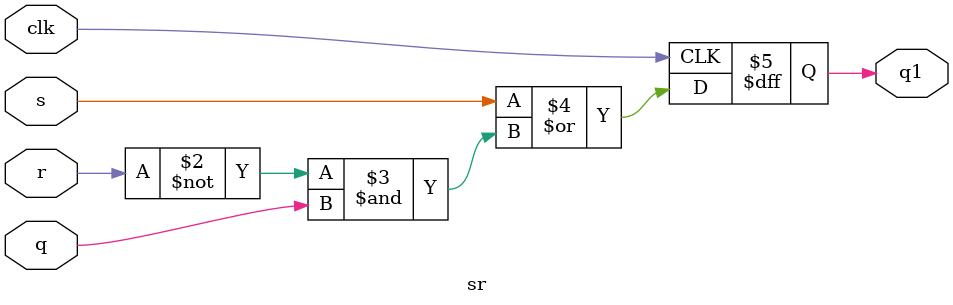
<source format=v>
`timescale 1ns / 1ps


module sr(
    input s,
    input r,
    input q,clk,
    output reg q1
    );
    
    always@(posedge clk)
    begin
    q1=s|(~r&q);
    end
endmodule

</source>
